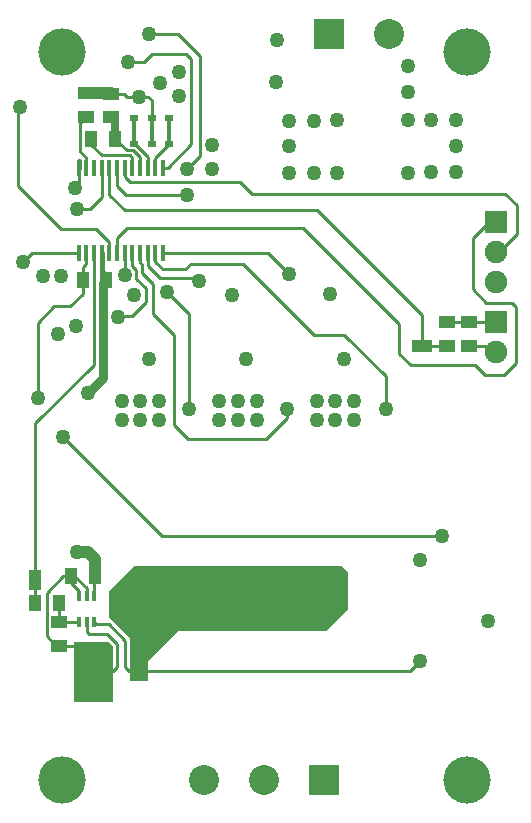
<source format=gbl>
G04*
G04 #@! TF.GenerationSoftware,Altium Limited,Altium Designer,18.1.6 (161)*
G04*
G04 Layer_Physical_Order=4*
G04 Layer_Color=16711680*
%FSLAX25Y25*%
%MOIN*%
G70*
G01*
G75*
%ADD12C,0.01000*%
%ADD13C,0.01500*%
%ADD14R,0.03937X0.05315*%
%ADD15R,0.07087X0.03937*%
%ADD19R,0.05315X0.03937*%
%ADD21R,0.03937X0.07087*%
%ADD49C,0.04000*%
%ADD50C,0.02500*%
%ADD53C,0.10000*%
%ADD54R,0.10000X0.10000*%
%ADD55C,0.15748*%
%ADD56R,0.07500X0.07500*%
%ADD57C,0.07500*%
%ADD58C,0.05000*%
%ADD62R,0.01575X0.05512*%
%ADD63R,0.06299X0.06693*%
%ADD64R,0.03150X0.01968*%
%ADD65R,0.01575X0.10236*%
%ADD66R,0.01378X0.03347*%
%ADD67C,0.03000*%
G36*
X250932Y221100D02*
X252800Y219232D01*
X252800Y206800D01*
X245700Y199700D01*
X196500Y199700D01*
X186300Y189500D01*
Y187222D01*
X180465D01*
X180074Y187612D01*
X180100Y189300D01*
X180223Y197377D01*
X179200Y198400D01*
X173300Y204300D01*
Y212800D01*
X181600Y221100D01*
X250932Y221100D01*
D02*
G37*
G36*
X173088Y195975D02*
X174500Y194563D01*
Y176000D01*
X161700D01*
Y196000D01*
X173088D01*
Y195975D01*
D02*
G37*
D12*
X168243Y288343D02*
Y325727D01*
X148663Y268763D02*
X168243Y288343D01*
X148663Y216600D02*
Y268763D01*
X305300Y345400D02*
X309100Y341600D01*
X221000Y345400D02*
X305300D01*
X217000Y349400D02*
X221000Y345400D01*
X180142Y349400D02*
X217000D01*
X273440Y186100D02*
X276940Y189600D01*
X183205Y186100D02*
X273440D01*
X160300Y307800D02*
X164400Y311900D01*
X154900Y307800D02*
X160300D01*
X149500Y302400D02*
X154900Y307800D01*
X191000Y231200D02*
X284300D01*
X157900Y264300D02*
X191000Y231200D01*
X149500Y277400D02*
Y302400D01*
X164400Y311900D02*
Y316721D01*
Y320800D01*
X165684Y322084D01*
Y325727D01*
X157300Y333600D02*
X168957D01*
X142900Y348000D02*
X157300Y333600D01*
X142900Y348000D02*
Y373700D01*
X161846Y347300D02*
X163125Y348580D01*
Y354073D01*
X198800Y392000D02*
X200700Y390100D01*
Y361900D02*
Y390100D01*
X192873Y354073D02*
X200700Y361900D01*
X187600Y392000D02*
X198800D01*
X185000Y389400D02*
X187600Y392000D01*
X277400Y294500D02*
Y305000D01*
X242500Y339900D02*
X277400Y305000D01*
X199300Y339900D02*
X242500Y339900D01*
X170802Y344202D02*
Y354073D01*
X166800Y340200D02*
X170802Y344202D01*
X162500Y340200D02*
X166800D01*
X178900Y344900D02*
X199300D01*
X175920Y347880D02*
X178900Y344900D01*
X175920Y347880D02*
Y354073D01*
X178459Y339900D02*
X199300D01*
X173361Y344998D02*
X178459Y339900D01*
X173361Y344998D02*
Y354073D01*
X238000Y334000D02*
X270000Y302000D01*
X179300Y334000D02*
X238000D01*
X175920Y330621D02*
X179300Y334000D01*
X175920Y325727D02*
Y330621D01*
X270000Y292000D02*
Y302000D01*
X241600Y298200D02*
X251700D01*
X217900Y321900D02*
X241600Y298200D01*
X200400Y321900D02*
X217900D01*
X179250Y377550D02*
X183100D01*
X178063Y378737D02*
X179250Y377550D01*
X174000Y378737D02*
X178063D01*
X183100Y377550D02*
X186350D01*
X187401Y376499D01*
Y370631D02*
Y376499D01*
X179500Y389400D02*
X185000D01*
X203600Y358000D02*
Y391200D01*
X196300Y398500D02*
X203600Y391200D01*
X186700Y398500D02*
X196300D01*
X199300Y353700D02*
X203600Y358000D01*
X168957Y333600D02*
X173361Y329196D01*
X142900Y373700D02*
X143600Y374400D01*
X144400Y322553D02*
X147573Y325727D01*
X143600Y323354D02*
X144400Y322553D01*
X175900Y187612D02*
Y195400D01*
X172700Y198600D02*
X175900Y195400D01*
X166400Y198600D02*
X172700D01*
X165800Y199200D02*
Y202469D01*
Y199200D02*
X166400Y198600D01*
X174388Y186100D02*
X175900Y187612D01*
X171395Y186100D02*
X174388D01*
X173088Y201800D02*
X178600Y196288D01*
X169028Y201800D02*
X173088D01*
X168359Y202469D02*
X169028Y201800D01*
X178600Y187500D02*
Y196288D01*
Y187500D02*
X180000Y186100D01*
X170800Y358200D02*
X180200D01*
X167263Y361737D02*
X170800Y358200D01*
X167263Y361737D02*
Y363700D01*
X176192Y304100D02*
X176592Y304500D01*
X180909D01*
X178480Y351063D02*
X180142Y349400D01*
X178480Y351063D02*
Y354073D01*
X226073Y325727D02*
X233200Y318600D01*
X191275Y325727D02*
X226073D01*
X251700Y298200D02*
X265400Y284500D01*
X198700Y320200D02*
X200400Y321900D01*
X191200Y320200D02*
X198700D01*
X188716Y322684D02*
X191200Y320200D01*
X188716Y322684D02*
Y325727D01*
X202200Y317400D02*
X203200Y316400D01*
X190100Y317400D02*
X202200D01*
X186157Y321343D02*
X190100Y317400D01*
X186157Y321343D02*
Y325727D01*
X183598Y322398D02*
X184200Y321795D01*
Y318984D02*
Y321795D01*
X183598Y322398D02*
Y325727D01*
X184200Y318984D02*
X187800Y315384D01*
Y305300D02*
Y315384D01*
Y305300D02*
X194900Y298200D01*
Y268300D02*
Y298200D01*
Y268300D02*
X199600Y263600D01*
X225600D01*
X232700Y270700D01*
Y273500D01*
X200000D02*
Y305100D01*
X192600Y312500D02*
X200000Y305100D01*
X185500Y309091D02*
Y313800D01*
X180909Y304500D02*
X185500Y309091D01*
X182300Y317000D02*
X185500Y313800D01*
X182300Y317000D02*
Y320000D01*
X181039Y321261D02*
X182300Y320000D01*
X181039Y321261D02*
Y325727D01*
X178400Y318100D02*
X178480Y318179D01*
Y325727D01*
X295200Y288100D02*
X298400Y284900D01*
X273900Y288100D02*
X295200D01*
X270000Y292000D02*
X273900Y288100D01*
X147573Y325727D02*
X163125D01*
X173361D02*
Y329196D01*
X298400Y284900D02*
X304800D01*
X277400Y294500D02*
X277563Y294663D01*
X285800D01*
Y302537D02*
X293300D01*
X293363Y302600D01*
X302300D01*
X293300Y294663D02*
X300237D01*
X302300Y292600D01*
X304800Y284900D02*
X308800Y288900D01*
Y307500D01*
X307500Y308800D02*
X308800Y307500D01*
X299030Y308800D02*
X307500D01*
X294400Y313430D02*
X299030Y308800D01*
X294400Y313430D02*
Y330600D01*
X299800Y336000D01*
X302300D01*
X309100Y331900D02*
Y341600D01*
X303200Y326000D02*
X309100Y331900D01*
X302300Y326000D02*
X303200D01*
X163125Y324225D02*
Y325727D01*
X173919Y378818D02*
X174000Y378737D01*
X163400Y368844D02*
X165500Y370944D01*
X163400Y359700D02*
Y368844D01*
Y359700D02*
X165684Y357416D01*
Y354073D02*
Y357416D01*
X174000Y370863D02*
X175137Y369726D01*
X180200Y358200D02*
X181039Y357361D01*
Y354073D02*
Y357361D01*
X183598Y354073D02*
Y357502D01*
X175137Y363700D02*
X175180D01*
X179079Y359800D01*
X181300D01*
X183598Y357502D01*
X191275Y354073D02*
X192873D01*
X193306Y361906D02*
Y366300D01*
X188716Y357316D02*
X193306Y361906D01*
X188716Y354073D02*
Y357316D01*
X181494Y361969D02*
X181789D01*
X186157Y357602D01*
Y354073D02*
Y357602D01*
X265400Y273500D02*
Y284500D01*
X157900Y217900D02*
X160563D01*
X152400Y212400D02*
X157900Y217900D01*
X152400Y197800D02*
Y212400D01*
Y197800D02*
X155637Y194563D01*
X156500D01*
X163443D02*
X165006Y193000D01*
X156500Y194563D02*
X163443D01*
X160563Y215637D02*
Y217900D01*
Y215637D02*
X163241Y212959D01*
Y211131D02*
Y212959D01*
X160563Y217900D02*
X161700D01*
X165800Y213800D01*
Y211131D02*
Y213800D01*
X168359Y217822D02*
X168437Y217900D01*
X168359Y211131D02*
Y217822D01*
X148663Y208900D02*
Y216600D01*
X156500Y208863D02*
X156537Y208900D01*
X156500Y202437D02*
Y208863D01*
Y202437D02*
X156532Y202469D01*
X163241D01*
X165006Y193000D02*
X165800Y193795D01*
X180000Y186100D02*
X183205D01*
D13*
X170802Y319435D02*
X172400Y317837D01*
X170802Y319435D02*
Y325727D01*
X163125Y354073D02*
Y356275D01*
D14*
X164400Y316721D02*
D03*
X172274D02*
D03*
X175137Y363700D02*
D03*
X167263D02*
D03*
X156537Y208900D02*
D03*
X148663D02*
D03*
X168437Y217900D02*
D03*
X160563D02*
D03*
D15*
X277400Y294500D02*
D03*
D19*
X165500Y370944D02*
D03*
Y378818D02*
D03*
X174000Y370863D02*
D03*
Y378737D02*
D03*
X293300Y302537D02*
D03*
Y294663D02*
D03*
X285800Y302537D02*
D03*
Y294663D02*
D03*
X156500Y202437D02*
D03*
Y194563D02*
D03*
D21*
X148663Y216600D02*
D03*
D49*
X168437Y217900D02*
Y223663D01*
X166100Y226000D02*
X168437Y223663D01*
X162600Y226000D02*
X166100D01*
X165500Y378818D02*
X173919D01*
D50*
X175137Y363700D02*
Y369726D01*
D53*
X205000Y150000D02*
D03*
X225000D02*
D03*
X266532Y398600D02*
D03*
D54*
X245000Y150000D02*
D03*
X246532Y398600D02*
D03*
D55*
X157500Y392500D02*
D03*
X292500D02*
D03*
Y150000D02*
D03*
X157500D02*
D03*
D56*
X302300Y302600D02*
D03*
Y336000D02*
D03*
D57*
Y292600D02*
D03*
Y316000D02*
D03*
Y326000D02*
D03*
D58*
X149500Y277400D02*
D03*
X157900Y264300D02*
D03*
X161846Y347300D02*
D03*
X151100Y317800D02*
D03*
X157200D02*
D03*
X190100Y382300D02*
D03*
X183100Y377550D02*
D03*
X196400Y377900D02*
D03*
X196500Y386000D02*
D03*
X162500Y340200D02*
D03*
X144400Y322553D02*
D03*
X176192Y304100D02*
D03*
X186700Y398500D02*
D03*
X233200Y318600D02*
D03*
X203200Y316400D02*
D03*
X192600Y312500D02*
D03*
X178400Y318100D02*
D03*
X284300Y231200D02*
D03*
X199300Y353700D02*
D03*
Y344900D02*
D03*
X179500Y389400D02*
D03*
X166200Y278800D02*
D03*
X162600Y226000D02*
D03*
X156200Y298700D02*
D03*
X162200Y301400D02*
D03*
X143600Y374400D02*
D03*
X207400Y353700D02*
D03*
X207500Y361500D02*
D03*
X272900Y388000D02*
D03*
Y379400D02*
D03*
X229000Y382500D02*
D03*
X229100Y396500D02*
D03*
X249165Y352400D02*
D03*
X241465D02*
D03*
X249165Y369800D02*
D03*
X241465Y369700D02*
D03*
X233065D02*
D03*
X233276Y361100D02*
D03*
Y352400D02*
D03*
X288788Y369800D02*
D03*
Y361100D02*
D03*
X289000Y352500D02*
D03*
X280600D02*
D03*
X272900Y352400D02*
D03*
X280600Y369800D02*
D03*
X272900D02*
D03*
X299400Y203000D02*
D03*
X276940Y223100D02*
D03*
Y189600D02*
D03*
X165100Y186100D02*
D03*
X171300Y193000D02*
D03*
X165006D02*
D03*
X165000Y179100D02*
D03*
X171294D02*
D03*
X181656Y311481D02*
D03*
X214100Y311600D02*
D03*
X246724Y311800D02*
D03*
X265400Y273500D02*
D03*
X232700D02*
D03*
X200000D02*
D03*
X251563Y290300D02*
D03*
X218963Y290100D02*
D03*
X186463D02*
D03*
X248647Y269908D02*
D03*
X254924D02*
D03*
X242524D02*
D03*
Y276208D02*
D03*
X248647D02*
D03*
X254924D02*
D03*
X216147Y269908D02*
D03*
X222424D02*
D03*
X210024D02*
D03*
Y276208D02*
D03*
X216147D02*
D03*
X222424D02*
D03*
X189924D02*
D03*
X183647D02*
D03*
X177524D02*
D03*
Y269908D02*
D03*
X189924D02*
D03*
X183647D02*
D03*
X248647Y217608D02*
D03*
X241924Y204908D02*
D03*
Y211208D02*
D03*
X216147Y217608D02*
D03*
X209424Y204908D02*
D03*
Y211208D02*
D03*
X176924D02*
D03*
Y204908D02*
D03*
X183647Y217608D02*
D03*
D62*
X191275Y325727D02*
D03*
X188716D02*
D03*
X186157D02*
D03*
X183598D02*
D03*
X181039D02*
D03*
X178480D02*
D03*
X175920D02*
D03*
X173361D02*
D03*
X170802D02*
D03*
X168243D02*
D03*
X165684D02*
D03*
X163125D02*
D03*
X191275Y354073D02*
D03*
X188716D02*
D03*
X186157D02*
D03*
X183598D02*
D03*
X181039D02*
D03*
X178480D02*
D03*
X175920D02*
D03*
X173361D02*
D03*
X170802D02*
D03*
X168243D02*
D03*
X165684D02*
D03*
X163125D02*
D03*
D63*
X183205Y186100D02*
D03*
X171395D02*
D03*
D64*
X193306Y370631D02*
D03*
Y361969D02*
D03*
X187400D02*
D03*
X187401Y370631D02*
D03*
X181494Y361969D02*
D03*
Y370631D02*
D03*
D65*
X187400Y366300D02*
D03*
X181494D02*
D03*
X193306D02*
D03*
D66*
X163241Y211131D02*
D03*
X165800D02*
D03*
X168359D02*
D03*
Y202469D02*
D03*
X165800D02*
D03*
X163241D02*
D03*
D67*
X171200Y315647D02*
X172274Y316721D01*
X171200Y283800D02*
Y315647D01*
X166200Y278800D02*
X171200Y283800D01*
M02*

</source>
